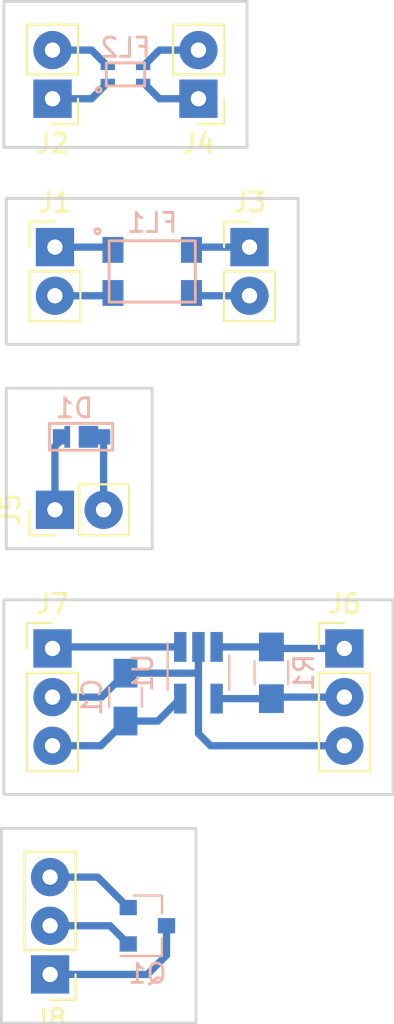
<source format=kicad_pcb>
(kicad_pcb (version 4) (host pcbnew 4.0.7)

  (general
    (links 25)
    (no_connects 0)
    (area 137.492381 94.485 162.35462 149.455)
    (thickness 1.6)
    (drawings 20)
    (tracks 47)
    (zones 0)
    (modules 15)
    (nets 19)
  )

  (page A4)
  (layers
    (0 F.Cu signal)
    (31 B.Cu signal)
    (32 B.Adhes user)
    (33 F.Adhes user)
    (34 B.Paste user)
    (35 F.Paste user)
    (36 B.SilkS user hide)
    (37 F.SilkS user hide)
    (38 B.Mask user)
    (39 F.Mask user)
    (40 Dwgs.User user)
    (41 Cmts.User user)
    (42 Eco1.User user)
    (43 Eco2.User user)
    (44 Edge.Cuts user)
    (45 Margin user)
    (46 B.CrtYd user)
    (47 F.CrtYd user)
    (48 B.Fab user hide)
    (49 F.Fab user hide)
  )

  (setup
    (last_trace_width 0.25)
    (user_trace_width 0.381)
    (trace_clearance 0.2)
    (zone_clearance 0.381)
    (zone_45_only yes)
    (trace_min 0.2)
    (segment_width 0.2)
    (edge_width 0.15)
    (via_size 0.6)
    (via_drill 0.4)
    (via_min_size 0.4)
    (via_min_drill 0.3)
    (uvia_size 0.3)
    (uvia_drill 0.1)
    (uvias_allowed no)
    (uvia_min_size 0.2)
    (uvia_min_drill 0.1)
    (pcb_text_width 0.3)
    (pcb_text_size 1.5 1.5)
    (mod_edge_width 0.15)
    (mod_text_size 1 1)
    (mod_text_width 0.15)
    (pad_size 2 2)
    (pad_drill 0.8)
    (pad_to_mask_clearance 0.2)
    (aux_axis_origin 0 0)
    (visible_elements 7FFCFF9F)
    (pcbplotparams
      (layerselection 0x00030_80000001)
      (usegerberextensions false)
      (excludeedgelayer true)
      (linewidth 0.100000)
      (plotframeref false)
      (viasonmask false)
      (mode 1)
      (useauxorigin false)
      (hpglpennumber 1)
      (hpglpenspeed 20)
      (hpglpendiameter 15)
      (hpglpenoverlay 2)
      (psnegative false)
      (psa4output false)
      (plotreference true)
      (plotvalue true)
      (plotinvisibletext false)
      (padsonsilk false)
      (subtractmaskfromsilk false)
      (outputformat 1)
      (mirror false)
      (drillshape 1)
      (scaleselection 1)
      (outputdirectory images/))
  )

  (net 0 "")
  (net 1 "Net-(C1-Pad1)")
  (net 2 "Net-(C1-Pad2)")
  (net 3 "Net-(D1-Pad1)")
  (net 4 "Net-(D1-Pad2)")
  (net 5 "Net-(FL1-Pad1)")
  (net 6 "Net-(FL1-Pad2)")
  (net 7 "Net-(FL1-Pad3)")
  (net 8 "Net-(FL1-Pad4)")
  (net 9 "Net-(FL2-Pad1)")
  (net 10 "Net-(FL2-Pad2)")
  (net 11 "Net-(FL2-Pad3)")
  (net 12 "Net-(FL2-Pad4)")
  (net 13 "Net-(J6-Pad1)")
  (net 14 "Net-(J6-Pad2)")
  (net 15 "Net-(J7-Pad1)")
  (net 16 "Net-(J8-Pad1)")
  (net 17 "Net-(J8-Pad2)")
  (net 18 "Net-(J8-Pad3)")

  (net_class Default "This is the default net class."
    (clearance 0.2)
    (trace_width 0.25)
    (via_dia 0.6)
    (via_drill 0.4)
    (uvia_dia 0.3)
    (uvia_drill 0.1)
    (add_net "Net-(C1-Pad1)")
    (add_net "Net-(C1-Pad2)")
    (add_net "Net-(D1-Pad1)")
    (add_net "Net-(D1-Pad2)")
    (add_net "Net-(FL1-Pad1)")
    (add_net "Net-(FL1-Pad2)")
    (add_net "Net-(FL1-Pad3)")
    (add_net "Net-(FL1-Pad4)")
    (add_net "Net-(FL2-Pad1)")
    (add_net "Net-(FL2-Pad2)")
    (add_net "Net-(FL2-Pad3)")
    (add_net "Net-(FL2-Pad4)")
    (add_net "Net-(J6-Pad1)")
    (add_net "Net-(J6-Pad2)")
    (add_net "Net-(J7-Pad1)")
    (add_net "Net-(J8-Pad1)")
    (add_net "Net-(J8-Pad2)")
    (add_net "Net-(J8-Pad3)")
  )

  (module Capacitors_SMD:C_0805_HandSoldering (layer B.Cu) (tedit 58AA84A8) (tstamp 59D425AD)
    (at 146.177 131.572 270)
    (descr "Capacitor SMD 0805, hand soldering")
    (tags "capacitor 0805")
    (path /59D1A6E2)
    (attr smd)
    (fp_text reference C1 (at 0 1.75 270) (layer B.SilkS)
      (effects (font (size 1 1) (thickness 0.15)) (justify mirror))
    )
    (fp_text value 0.1uF (at 0 -1.75 270) (layer B.Fab)
      (effects (font (size 1 1) (thickness 0.15)) (justify mirror))
    )
    (fp_text user %R (at 0 1.75 270) (layer B.Fab)
      (effects (font (size 1 1) (thickness 0.15)) (justify mirror))
    )
    (fp_line (start -1 -0.62) (end -1 0.62) (layer B.Fab) (width 0.1))
    (fp_line (start 1 -0.62) (end -1 -0.62) (layer B.Fab) (width 0.1))
    (fp_line (start 1 0.62) (end 1 -0.62) (layer B.Fab) (width 0.1))
    (fp_line (start -1 0.62) (end 1 0.62) (layer B.Fab) (width 0.1))
    (fp_line (start 0.5 0.85) (end -0.5 0.85) (layer B.SilkS) (width 0.12))
    (fp_line (start -0.5 -0.85) (end 0.5 -0.85) (layer B.SilkS) (width 0.12))
    (fp_line (start -2.25 0.88) (end 2.25 0.88) (layer B.CrtYd) (width 0.05))
    (fp_line (start -2.25 0.88) (end -2.25 -0.87) (layer B.CrtYd) (width 0.05))
    (fp_line (start 2.25 -0.87) (end 2.25 0.88) (layer B.CrtYd) (width 0.05))
    (fp_line (start 2.25 -0.87) (end -2.25 -0.87) (layer B.CrtYd) (width 0.05))
    (pad 1 smd rect (at -1.25 0 270) (size 1.5 1.25) (layers B.Cu B.Paste B.Mask)
      (net 1 "Net-(C1-Pad1)"))
    (pad 2 smd rect (at 1.25 0 270) (size 1.5 1.25) (layers B.Cu B.Paste B.Mask)
      (net 2 "Net-(C1-Pad2)"))
    (model Capacitors_SMD.3dshapes/C_0805.wrl
      (at (xyz 0 0 0))
      (scale (xyz 1 1 1))
      (rotate (xyz 0 0 0))
    )
  )

  (module lib_fp:LED_Luminus_MP-2016 (layer B.Cu) (tedit 59D18E14) (tstamp 59D425B5)
    (at 143.51 117.983)
    (path /59D18B6B)
    (fp_text reference D1 (at 0 -1.5) (layer B.SilkS)
      (effects (font (size 1 1) (thickness 0.15)) (justify mirror))
    )
    (fp_text value LED (at 0 0) (layer B.Fab)
      (effects (font (size 1 1) (thickness 0.15)) (justify mirror))
    )
    (fp_line (start -1.3 0.7) (end 2 0.7) (layer B.SilkS) (width 0.15))
    (fp_line (start -1.3 -0.7) (end -1.3 0.7) (layer B.SilkS) (width 0.15))
    (fp_line (start -1.3 -0.7) (end 2 -0.7) (layer B.SilkS) (width 0.15))
    (fp_line (start 2 0.7) (end 2 -0.7) (layer B.SilkS) (width 0.15))
    (pad 1 smd rect (at -0.225 0) (size 0.3 1.14) (drill (offset -0.15 0)) (layers B.Cu B.Paste B.Mask)
      (net 3 "Net-(D1-Pad1)"))
    (pad 2 smd rect (at 0.225 0) (size 1.02 1.14) (drill (offset 0.51 0)) (layers B.Cu B.Paste B.Mask)
      (net 4 "Net-(D1-Pad2)"))
    (pad 1 smd rect (at -0.525 0) (size 0.6 0.8) (drill (offset -0.3 0)) (layers B.Cu B.Paste B.Mask)
      (net 3 "Net-(D1-Pad1)"))
    (pad 2 smd rect (at 1.245 0) (size 0.63 0.8) (drill (offset 0.315 0)) (layers B.Cu B.Paste B.Mask)
      (net 4 "Net-(D1-Pad2)"))
  )

  (module Resistors_SMD:R_0805_HandSoldering (layer B.Cu) (tedit 58E0A804) (tstamp 59D425F7)
    (at 153.797 130.302 90)
    (descr "Resistor SMD 0805, hand soldering")
    (tags "resistor 0805")
    (path /59D19976)
    (attr smd)
    (fp_text reference R1 (at 0 1.7 90) (layer B.SilkS)
      (effects (font (size 1 1) (thickness 0.15)) (justify mirror))
    )
    (fp_text value 0.1 (at 0 -1.75 90) (layer B.Fab)
      (effects (font (size 1 1) (thickness 0.15)) (justify mirror))
    )
    (fp_text user %R (at 0 0 90) (layer B.Fab)
      (effects (font (size 0.5 0.5) (thickness 0.075)) (justify mirror))
    )
    (fp_line (start -1 -0.62) (end -1 0.62) (layer B.Fab) (width 0.1))
    (fp_line (start 1 -0.62) (end -1 -0.62) (layer B.Fab) (width 0.1))
    (fp_line (start 1 0.62) (end 1 -0.62) (layer B.Fab) (width 0.1))
    (fp_line (start -1 0.62) (end 1 0.62) (layer B.Fab) (width 0.1))
    (fp_line (start 0.6 -0.88) (end -0.6 -0.88) (layer B.SilkS) (width 0.12))
    (fp_line (start -0.6 0.88) (end 0.6 0.88) (layer B.SilkS) (width 0.12))
    (fp_line (start -2.35 0.9) (end 2.35 0.9) (layer B.CrtYd) (width 0.05))
    (fp_line (start -2.35 0.9) (end -2.35 -0.9) (layer B.CrtYd) (width 0.05))
    (fp_line (start 2.35 -0.9) (end 2.35 0.9) (layer B.CrtYd) (width 0.05))
    (fp_line (start 2.35 -0.9) (end -2.35 -0.9) (layer B.CrtYd) (width 0.05))
    (pad 1 smd rect (at -1.35 0 90) (size 1.5 1.3) (layers B.Cu B.Paste B.Mask)
      (net 14 "Net-(J6-Pad2)"))
    (pad 2 smd rect (at 1.35 0 90) (size 1.5 1.3) (layers B.Cu B.Paste B.Mask)
      (net 13 "Net-(J6-Pad1)"))
    (model ${KISYS3DMOD}/Resistors_SMD.3dshapes/R_0805.wrl
      (at (xyz 0 0 0))
      (scale (xyz 1 1 1))
      (rotate (xyz 0 0 0))
    )
  )

  (module TO_SOT_Packages_SMD:SOT-23-5_HandSoldering (layer B.Cu) (tedit 58CE4E7E) (tstamp 59D42600)
    (at 149.987 130.302 270)
    (descr "5-pin SOT23 package")
    (tags "SOT-23-5 hand-soldering")
    (path /59D19901)
    (attr smd)
    (fp_text reference U1 (at 0 2.9 270) (layer B.SilkS)
      (effects (font (size 1 1) (thickness 0.15)) (justify mirror))
    )
    (fp_text value INA180 (at 0 -2.9 270) (layer B.Fab)
      (effects (font (size 1 1) (thickness 0.15)) (justify mirror))
    )
    (fp_text user %R (at 0 0 540) (layer B.Fab)
      (effects (font (size 0.5 0.5) (thickness 0.075)) (justify mirror))
    )
    (fp_line (start -0.9 -1.61) (end 0.9 -1.61) (layer B.SilkS) (width 0.12))
    (fp_line (start 0.9 1.61) (end -1.55 1.61) (layer B.SilkS) (width 0.12))
    (fp_line (start -0.9 0.9) (end -0.25 1.55) (layer B.Fab) (width 0.1))
    (fp_line (start 0.9 1.55) (end -0.25 1.55) (layer B.Fab) (width 0.1))
    (fp_line (start -0.9 0.9) (end -0.9 -1.55) (layer B.Fab) (width 0.1))
    (fp_line (start 0.9 -1.55) (end -0.9 -1.55) (layer B.Fab) (width 0.1))
    (fp_line (start 0.9 1.55) (end 0.9 -1.55) (layer B.Fab) (width 0.1))
    (fp_line (start -2.38 1.8) (end 2.38 1.8) (layer B.CrtYd) (width 0.05))
    (fp_line (start -2.38 1.8) (end -2.38 -1.8) (layer B.CrtYd) (width 0.05))
    (fp_line (start 2.38 -1.8) (end 2.38 1.8) (layer B.CrtYd) (width 0.05))
    (fp_line (start 2.38 -1.8) (end -2.38 -1.8) (layer B.CrtYd) (width 0.05))
    (pad 1 smd rect (at -1.35 0.95 270) (size 1.56 0.65) (layers B.Cu B.Paste B.Mask)
      (net 15 "Net-(J7-Pad1)"))
    (pad 2 smd rect (at -1.35 0 270) (size 1.56 0.65) (layers B.Cu B.Paste B.Mask)
      (net 1 "Net-(C1-Pad1)"))
    (pad 3 smd rect (at -1.35 -0.95 270) (size 1.56 0.65) (layers B.Cu B.Paste B.Mask)
      (net 13 "Net-(J6-Pad1)"))
    (pad 4 smd rect (at 1.35 -0.95 270) (size 1.56 0.65) (layers B.Cu B.Paste B.Mask)
      (net 14 "Net-(J6-Pad2)"))
    (pad 5 smd rect (at 1.35 0.95 270) (size 1.56 0.65) (layers B.Cu B.Paste B.Mask)
      (net 2 "Net-(C1-Pad2)"))
    (model ${KISYS3DMOD}/TO_SOT_Packages_SMD.3dshapes\SOT-23-5.wrl
      (at (xyz 0 0 0))
      (scale (xyz 1 1 1))
      (rotate (xyz 0 0 0))
    )
  )

  (module lib_fp:Etch_Pin_Header_Straight_1x02_Pitch2.54mm (layer F.Cu) (tedit 59D42763) (tstamp 59D42740)
    (at 142.367 100.33 180)
    (descr "Through hole straight pin header, 1x02, 2.54mm pitch, single row")
    (tags "Through hole pin header THT 1x02 2.54mm single row")
    (path /59D17E80)
    (fp_text reference J2 (at 0 -2.33 180) (layer F.SilkS)
      (effects (font (size 1 1) (thickness 0.15)))
    )
    (fp_text value Conn_01x02 (at 0 4.87 180) (layer F.Fab)
      (effects (font (size 1 1) (thickness 0.15)))
    )
    (fp_line (start -0.635 -1.27) (end 1.27 -1.27) (layer F.Fab) (width 0.1))
    (fp_line (start 1.27 -1.27) (end 1.27 3.81) (layer F.Fab) (width 0.1))
    (fp_line (start 1.27 3.81) (end -1.27 3.81) (layer F.Fab) (width 0.1))
    (fp_line (start -1.27 3.81) (end -1.27 -0.635) (layer F.Fab) (width 0.1))
    (fp_line (start -1.27 -0.635) (end -0.635 -1.27) (layer F.Fab) (width 0.1))
    (fp_line (start -1.33 3.87) (end 1.33 3.87) (layer F.SilkS) (width 0.12))
    (fp_line (start -1.33 1.27) (end -1.33 3.87) (layer F.SilkS) (width 0.12))
    (fp_line (start 1.33 1.27) (end 1.33 3.87) (layer F.SilkS) (width 0.12))
    (fp_line (start -1.33 1.27) (end 1.33 1.27) (layer F.SilkS) (width 0.12))
    (fp_line (start -1.33 0) (end -1.33 -1.33) (layer F.SilkS) (width 0.12))
    (fp_line (start -1.33 -1.33) (end 0 -1.33) (layer F.SilkS) (width 0.12))
    (fp_line (start -1.8 -1.8) (end -1.8 4.35) (layer F.CrtYd) (width 0.05))
    (fp_line (start -1.8 4.35) (end 1.8 4.35) (layer F.CrtYd) (width 0.05))
    (fp_line (start 1.8 4.35) (end 1.8 -1.8) (layer F.CrtYd) (width 0.05))
    (fp_line (start 1.8 -1.8) (end -1.8 -1.8) (layer F.CrtYd) (width 0.05))
    (fp_text user %R (at 0 1.27 270) (layer F.Fab)
      (effects (font (size 1 1) (thickness 0.15)))
    )
    (pad 1 thru_hole rect (at 0 0 180) (size 2 2) (drill 0.8) (layers *.Cu *.Mask)
      (net 9 "Net-(FL2-Pad1)"))
    (pad 2 thru_hole oval (at 0 2.54 180) (size 2 2) (drill 0.8) (layers *.Cu *.Mask)
      (net 12 "Net-(FL2-Pad4)"))
    (model ${KISYS3DMOD}/Pin_Headers.3dshapes/Pin_Header_Straight_1x02_Pitch2.54mm.wrl
      (at (xyz 0 0 0))
      (scale (xyz 1 1 1))
      (rotate (xyz 0 0 0))
    )
  )

  (module lib_fp:Etch_Pin_Header_Straight_1x02_Pitch2.54mm (layer F.Cu) (tedit 59D42763) (tstamp 59D42870)
    (at 142.494 108.077)
    (descr "Through hole straight pin header, 1x02, 2.54mm pitch, single row")
    (tags "Through hole pin header THT 1x02 2.54mm single row")
    (path /59D17DBE)
    (fp_text reference J1 (at 0 -2.33) (layer F.SilkS)
      (effects (font (size 1 1) (thickness 0.15)))
    )
    (fp_text value Conn_01x02 (at 0 4.87) (layer F.Fab)
      (effects (font (size 1 1) (thickness 0.15)))
    )
    (fp_line (start -0.635 -1.27) (end 1.27 -1.27) (layer F.Fab) (width 0.1))
    (fp_line (start 1.27 -1.27) (end 1.27 3.81) (layer F.Fab) (width 0.1))
    (fp_line (start 1.27 3.81) (end -1.27 3.81) (layer F.Fab) (width 0.1))
    (fp_line (start -1.27 3.81) (end -1.27 -0.635) (layer F.Fab) (width 0.1))
    (fp_line (start -1.27 -0.635) (end -0.635 -1.27) (layer F.Fab) (width 0.1))
    (fp_line (start -1.33 3.87) (end 1.33 3.87) (layer F.SilkS) (width 0.12))
    (fp_line (start -1.33 1.27) (end -1.33 3.87) (layer F.SilkS) (width 0.12))
    (fp_line (start 1.33 1.27) (end 1.33 3.87) (layer F.SilkS) (width 0.12))
    (fp_line (start -1.33 1.27) (end 1.33 1.27) (layer F.SilkS) (width 0.12))
    (fp_line (start -1.33 0) (end -1.33 -1.33) (layer F.SilkS) (width 0.12))
    (fp_line (start -1.33 -1.33) (end 0 -1.33) (layer F.SilkS) (width 0.12))
    (fp_line (start -1.8 -1.8) (end -1.8 4.35) (layer F.CrtYd) (width 0.05))
    (fp_line (start -1.8 4.35) (end 1.8 4.35) (layer F.CrtYd) (width 0.05))
    (fp_line (start 1.8 4.35) (end 1.8 -1.8) (layer F.CrtYd) (width 0.05))
    (fp_line (start 1.8 -1.8) (end -1.8 -1.8) (layer F.CrtYd) (width 0.05))
    (fp_text user %R (at 0 1.27 90) (layer F.Fab)
      (effects (font (size 1 1) (thickness 0.15)))
    )
    (pad 1 thru_hole rect (at 0 0) (size 2 2) (drill 0.8) (layers *.Cu *.Mask)
      (net 5 "Net-(FL1-Pad1)"))
    (pad 2 thru_hole oval (at 0 2.54) (size 2 2) (drill 0.8) (layers *.Cu *.Mask)
      (net 8 "Net-(FL1-Pad4)"))
    (model ${KISYS3DMOD}/Pin_Headers.3dshapes/Pin_Header_Straight_1x02_Pitch2.54mm.wrl
      (at (xyz 0 0 0))
      (scale (xyz 1 1 1))
      (rotate (xyz 0 0 0))
    )
  )

  (module lib_fp:Etch_Pin_Header_Straight_1x02_Pitch2.54mm (layer F.Cu) (tedit 59D42763) (tstamp 59D42875)
    (at 152.654 108.077)
    (descr "Through hole straight pin header, 1x02, 2.54mm pitch, single row")
    (tags "Through hole pin header THT 1x02 2.54mm single row")
    (path /59D17D93)
    (fp_text reference J3 (at 0 -2.33) (layer F.SilkS)
      (effects (font (size 1 1) (thickness 0.15)))
    )
    (fp_text value Conn_01x02 (at 0 4.87) (layer F.Fab)
      (effects (font (size 1 1) (thickness 0.15)))
    )
    (fp_line (start -0.635 -1.27) (end 1.27 -1.27) (layer F.Fab) (width 0.1))
    (fp_line (start 1.27 -1.27) (end 1.27 3.81) (layer F.Fab) (width 0.1))
    (fp_line (start 1.27 3.81) (end -1.27 3.81) (layer F.Fab) (width 0.1))
    (fp_line (start -1.27 3.81) (end -1.27 -0.635) (layer F.Fab) (width 0.1))
    (fp_line (start -1.27 -0.635) (end -0.635 -1.27) (layer F.Fab) (width 0.1))
    (fp_line (start -1.33 3.87) (end 1.33 3.87) (layer F.SilkS) (width 0.12))
    (fp_line (start -1.33 1.27) (end -1.33 3.87) (layer F.SilkS) (width 0.12))
    (fp_line (start 1.33 1.27) (end 1.33 3.87) (layer F.SilkS) (width 0.12))
    (fp_line (start -1.33 1.27) (end 1.33 1.27) (layer F.SilkS) (width 0.12))
    (fp_line (start -1.33 0) (end -1.33 -1.33) (layer F.SilkS) (width 0.12))
    (fp_line (start -1.33 -1.33) (end 0 -1.33) (layer F.SilkS) (width 0.12))
    (fp_line (start -1.8 -1.8) (end -1.8 4.35) (layer F.CrtYd) (width 0.05))
    (fp_line (start -1.8 4.35) (end 1.8 4.35) (layer F.CrtYd) (width 0.05))
    (fp_line (start 1.8 4.35) (end 1.8 -1.8) (layer F.CrtYd) (width 0.05))
    (fp_line (start 1.8 -1.8) (end -1.8 -1.8) (layer F.CrtYd) (width 0.05))
    (fp_text user %R (at 0 1.27 90) (layer F.Fab)
      (effects (font (size 1 1) (thickness 0.15)))
    )
    (pad 1 thru_hole rect (at 0 0) (size 2 2) (drill 0.8) (layers *.Cu *.Mask)
      (net 6 "Net-(FL1-Pad2)"))
    (pad 2 thru_hole oval (at 0 2.54) (size 2 2) (drill 0.8) (layers *.Cu *.Mask)
      (net 7 "Net-(FL1-Pad3)"))
    (model ${KISYS3DMOD}/Pin_Headers.3dshapes/Pin_Header_Straight_1x02_Pitch2.54mm.wrl
      (at (xyz 0 0 0))
      (scale (xyz 1 1 1))
      (rotate (xyz 0 0 0))
    )
  )

  (module lib_fp:Etch_Pin_Header_Straight_1x02_Pitch2.54mm (layer F.Cu) (tedit 59D42763) (tstamp 59D4287A)
    (at 149.987 100.33 180)
    (descr "Through hole straight pin header, 1x02, 2.54mm pitch, single row")
    (tags "Through hole pin header THT 1x02 2.54mm single row")
    (path /59D17E7A)
    (fp_text reference J4 (at 0 -2.33 180) (layer F.SilkS)
      (effects (font (size 1 1) (thickness 0.15)))
    )
    (fp_text value Conn_01x02 (at 0 4.87 180) (layer F.Fab)
      (effects (font (size 1 1) (thickness 0.15)))
    )
    (fp_line (start -0.635 -1.27) (end 1.27 -1.27) (layer F.Fab) (width 0.1))
    (fp_line (start 1.27 -1.27) (end 1.27 3.81) (layer F.Fab) (width 0.1))
    (fp_line (start 1.27 3.81) (end -1.27 3.81) (layer F.Fab) (width 0.1))
    (fp_line (start -1.27 3.81) (end -1.27 -0.635) (layer F.Fab) (width 0.1))
    (fp_line (start -1.27 -0.635) (end -0.635 -1.27) (layer F.Fab) (width 0.1))
    (fp_line (start -1.33 3.87) (end 1.33 3.87) (layer F.SilkS) (width 0.12))
    (fp_line (start -1.33 1.27) (end -1.33 3.87) (layer F.SilkS) (width 0.12))
    (fp_line (start 1.33 1.27) (end 1.33 3.87) (layer F.SilkS) (width 0.12))
    (fp_line (start -1.33 1.27) (end 1.33 1.27) (layer F.SilkS) (width 0.12))
    (fp_line (start -1.33 0) (end -1.33 -1.33) (layer F.SilkS) (width 0.12))
    (fp_line (start -1.33 -1.33) (end 0 -1.33) (layer F.SilkS) (width 0.12))
    (fp_line (start -1.8 -1.8) (end -1.8 4.35) (layer F.CrtYd) (width 0.05))
    (fp_line (start -1.8 4.35) (end 1.8 4.35) (layer F.CrtYd) (width 0.05))
    (fp_line (start 1.8 4.35) (end 1.8 -1.8) (layer F.CrtYd) (width 0.05))
    (fp_line (start 1.8 -1.8) (end -1.8 -1.8) (layer F.CrtYd) (width 0.05))
    (fp_text user %R (at 0 1.27 270) (layer F.Fab)
      (effects (font (size 1 1) (thickness 0.15)))
    )
    (pad 1 thru_hole rect (at 0 0 180) (size 2 2) (drill 0.8) (layers *.Cu *.Mask)
      (net 10 "Net-(FL2-Pad2)"))
    (pad 2 thru_hole oval (at 0 2.54 180) (size 2 2) (drill 0.8) (layers *.Cu *.Mask)
      (net 11 "Net-(FL2-Pad3)"))
    (model ${KISYS3DMOD}/Pin_Headers.3dshapes/Pin_Header_Straight_1x02_Pitch2.54mm.wrl
      (at (xyz 0 0 0))
      (scale (xyz 1 1 1))
      (rotate (xyz 0 0 0))
    )
  )

  (module lib_fp:Etch_Pin_Header_Straight_1x02_Pitch2.54mm (layer F.Cu) (tedit 59D42763) (tstamp 59D4287F)
    (at 142.494 121.793 90)
    (descr "Through hole straight pin header, 1x02, 2.54mm pitch, single row")
    (tags "Through hole pin header THT 1x02 2.54mm single row")
    (path /59D18CBF)
    (fp_text reference J5 (at 0 -2.33 90) (layer F.SilkS)
      (effects (font (size 1 1) (thickness 0.15)))
    )
    (fp_text value Conn_01x02 (at 0 4.87 90) (layer F.Fab)
      (effects (font (size 1 1) (thickness 0.15)))
    )
    (fp_line (start -0.635 -1.27) (end 1.27 -1.27) (layer F.Fab) (width 0.1))
    (fp_line (start 1.27 -1.27) (end 1.27 3.81) (layer F.Fab) (width 0.1))
    (fp_line (start 1.27 3.81) (end -1.27 3.81) (layer F.Fab) (width 0.1))
    (fp_line (start -1.27 3.81) (end -1.27 -0.635) (layer F.Fab) (width 0.1))
    (fp_line (start -1.27 -0.635) (end -0.635 -1.27) (layer F.Fab) (width 0.1))
    (fp_line (start -1.33 3.87) (end 1.33 3.87) (layer F.SilkS) (width 0.12))
    (fp_line (start -1.33 1.27) (end -1.33 3.87) (layer F.SilkS) (width 0.12))
    (fp_line (start 1.33 1.27) (end 1.33 3.87) (layer F.SilkS) (width 0.12))
    (fp_line (start -1.33 1.27) (end 1.33 1.27) (layer F.SilkS) (width 0.12))
    (fp_line (start -1.33 0) (end -1.33 -1.33) (layer F.SilkS) (width 0.12))
    (fp_line (start -1.33 -1.33) (end 0 -1.33) (layer F.SilkS) (width 0.12))
    (fp_line (start -1.8 -1.8) (end -1.8 4.35) (layer F.CrtYd) (width 0.05))
    (fp_line (start -1.8 4.35) (end 1.8 4.35) (layer F.CrtYd) (width 0.05))
    (fp_line (start 1.8 4.35) (end 1.8 -1.8) (layer F.CrtYd) (width 0.05))
    (fp_line (start 1.8 -1.8) (end -1.8 -1.8) (layer F.CrtYd) (width 0.05))
    (fp_text user %R (at 0 1.27 180) (layer F.Fab)
      (effects (font (size 1 1) (thickness 0.15)))
    )
    (pad 1 thru_hole rect (at 0 0 90) (size 2 2) (drill 0.8) (layers *.Cu *.Mask)
      (net 3 "Net-(D1-Pad1)"))
    (pad 2 thru_hole oval (at 0 2.54 90) (size 2 2) (drill 0.8) (layers *.Cu *.Mask)
      (net 4 "Net-(D1-Pad2)"))
    (model ${KISYS3DMOD}/Pin_Headers.3dshapes/Pin_Header_Straight_1x02_Pitch2.54mm.wrl
      (at (xyz 0 0 0))
      (scale (xyz 1 1 1))
      (rotate (xyz 0 0 0))
    )
  )

  (module lib_fp:Etch_Pin_Header_Straight_1x03_Pitch2.54mm (layer F.Cu) (tedit 59D4280D) (tstamp 59D42884)
    (at 157.607 129.032)
    (descr "Through hole straight pin header, 1x03, 2.54mm pitch, single row")
    (tags "Through hole pin header THT 1x03 2.54mm single row")
    (path /59D19CC2)
    (fp_text reference J6 (at 0 -2.33) (layer F.SilkS)
      (effects (font (size 1 1) (thickness 0.15)))
    )
    (fp_text value Conn_01x03 (at 0 7.41) (layer F.Fab)
      (effects (font (size 1 1) (thickness 0.15)))
    )
    (fp_line (start -0.635 -1.27) (end 1.27 -1.27) (layer F.Fab) (width 0.1))
    (fp_line (start 1.27 -1.27) (end 1.27 6.35) (layer F.Fab) (width 0.1))
    (fp_line (start 1.27 6.35) (end -1.27 6.35) (layer F.Fab) (width 0.1))
    (fp_line (start -1.27 6.35) (end -1.27 -0.635) (layer F.Fab) (width 0.1))
    (fp_line (start -1.27 -0.635) (end -0.635 -1.27) (layer F.Fab) (width 0.1))
    (fp_line (start -1.33 6.41) (end 1.33 6.41) (layer F.SilkS) (width 0.12))
    (fp_line (start -1.33 1.27) (end -1.33 6.41) (layer F.SilkS) (width 0.12))
    (fp_line (start 1.33 1.27) (end 1.33 6.41) (layer F.SilkS) (width 0.12))
    (fp_line (start -1.33 1.27) (end 1.33 1.27) (layer F.SilkS) (width 0.12))
    (fp_line (start -1.33 0) (end -1.33 -1.33) (layer F.SilkS) (width 0.12))
    (fp_line (start -1.33 -1.33) (end 0 -1.33) (layer F.SilkS) (width 0.12))
    (fp_line (start -1.8 -1.8) (end -1.8 6.85) (layer F.CrtYd) (width 0.05))
    (fp_line (start -1.8 6.85) (end 1.8 6.85) (layer F.CrtYd) (width 0.05))
    (fp_line (start 1.8 6.85) (end 1.8 -1.8) (layer F.CrtYd) (width 0.05))
    (fp_line (start 1.8 -1.8) (end -1.8 -1.8) (layer F.CrtYd) (width 0.05))
    (fp_text user %R (at 0 2.54 90) (layer F.Fab)
      (effects (font (size 1 1) (thickness 0.15)))
    )
    (pad 1 thru_hole rect (at 0 0) (size 2 2) (drill 0.8) (layers *.Cu *.Mask)
      (net 13 "Net-(J6-Pad1)"))
    (pad 2 thru_hole oval (at 0 2.54) (size 2 2) (drill 0.8) (layers *.Cu *.Mask)
      (net 14 "Net-(J6-Pad2)"))
    (pad 3 thru_hole oval (at 0 5.08) (size 2 2) (drill 0.8) (layers *.Cu *.Mask)
      (net 1 "Net-(C1-Pad1)"))
    (model ${KISYS3DMOD}/Pin_Headers.3dshapes/Pin_Header_Straight_1x03_Pitch2.54mm.wrl
      (at (xyz 0 0 0))
      (scale (xyz 1 1 1))
      (rotate (xyz 0 0 0))
    )
  )

  (module lib_fp:Etch_Pin_Header_Straight_1x03_Pitch2.54mm (layer F.Cu) (tedit 59D4280D) (tstamp 59D4288A)
    (at 142.367 129.032)
    (descr "Through hole straight pin header, 1x03, 2.54mm pitch, single row")
    (tags "Through hole pin header THT 1x03 2.54mm single row")
    (path /59D19C5E)
    (fp_text reference J7 (at 0 -2.33) (layer F.SilkS)
      (effects (font (size 1 1) (thickness 0.15)))
    )
    (fp_text value Conn_01x03 (at 0 7.41) (layer F.Fab)
      (effects (font (size 1 1) (thickness 0.15)))
    )
    (fp_line (start -0.635 -1.27) (end 1.27 -1.27) (layer F.Fab) (width 0.1))
    (fp_line (start 1.27 -1.27) (end 1.27 6.35) (layer F.Fab) (width 0.1))
    (fp_line (start 1.27 6.35) (end -1.27 6.35) (layer F.Fab) (width 0.1))
    (fp_line (start -1.27 6.35) (end -1.27 -0.635) (layer F.Fab) (width 0.1))
    (fp_line (start -1.27 -0.635) (end -0.635 -1.27) (layer F.Fab) (width 0.1))
    (fp_line (start -1.33 6.41) (end 1.33 6.41) (layer F.SilkS) (width 0.12))
    (fp_line (start -1.33 1.27) (end -1.33 6.41) (layer F.SilkS) (width 0.12))
    (fp_line (start 1.33 1.27) (end 1.33 6.41) (layer F.SilkS) (width 0.12))
    (fp_line (start -1.33 1.27) (end 1.33 1.27) (layer F.SilkS) (width 0.12))
    (fp_line (start -1.33 0) (end -1.33 -1.33) (layer F.SilkS) (width 0.12))
    (fp_line (start -1.33 -1.33) (end 0 -1.33) (layer F.SilkS) (width 0.12))
    (fp_line (start -1.8 -1.8) (end -1.8 6.85) (layer F.CrtYd) (width 0.05))
    (fp_line (start -1.8 6.85) (end 1.8 6.85) (layer F.CrtYd) (width 0.05))
    (fp_line (start 1.8 6.85) (end 1.8 -1.8) (layer F.CrtYd) (width 0.05))
    (fp_line (start 1.8 -1.8) (end -1.8 -1.8) (layer F.CrtYd) (width 0.05))
    (fp_text user %R (at 0 2.54 90) (layer F.Fab)
      (effects (font (size 1 1) (thickness 0.15)))
    )
    (pad 1 thru_hole rect (at 0 0) (size 2 2) (drill 0.8) (layers *.Cu *.Mask)
      (net 15 "Net-(J7-Pad1)"))
    (pad 2 thru_hole oval (at 0 2.54) (size 2 2) (drill 0.8) (layers *.Cu *.Mask)
      (net 1 "Net-(C1-Pad1)"))
    (pad 3 thru_hole oval (at 0 5.08) (size 2 2) (drill 0.8) (layers *.Cu *.Mask)
      (net 2 "Net-(C1-Pad2)"))
    (model ${KISYS3DMOD}/Pin_Headers.3dshapes/Pin_Header_Straight_1x03_Pitch2.54mm.wrl
      (at (xyz 0 0 0))
      (scale (xyz 1 1 1))
      (rotate (xyz 0 0 0))
    )
  )

  (module lib_fp:SRF2012_Bourns_CMI (layer B.Cu) (tedit 59D42BC6) (tstamp 59D425C5)
    (at 146.177 99.06)
    (path /59D17E74)
    (fp_text reference FL2 (at 0 -1.4) (layer B.SilkS)
      (effects (font (size 1 1) (thickness 0.15)) (justify mirror))
    )
    (fp_text value SRF2012-900YA (at 0 0) (layer B.Fab)
      (effects (font (size 1 1) (thickness 0.15)) (justify mirror))
    )
    (fp_circle (center -1.4 0.8) (end -1.4 0.85) (layer B.SilkS) (width 0.15))
    (fp_line (start -1 0.6) (end 1 0.6) (layer B.SilkS) (width 0.15))
    (fp_line (start 1 0.6) (end 1 -0.6) (layer B.SilkS) (width 0.15))
    (fp_line (start 1 -0.6) (end -1 -0.6) (layer B.SilkS) (width 0.15))
    (fp_line (start -1 -0.6) (end -1 0.6) (layer B.SilkS) (width 0.15))
    (pad 1 smd rect (at -0.925 0.425) (size 0.75 0.4) (layers B.Cu B.Paste B.Mask)
      (net 9 "Net-(FL2-Pad1)"))
    (pad 2 smd rect (at 0.925 0.425) (size 0.75 0.4) (layers B.Cu B.Paste B.Mask)
      (net 10 "Net-(FL2-Pad2)"))
    (pad 3 smd rect (at 0.925 -0.425) (size 0.75 0.4) (layers B.Cu B.Paste B.Mask)
      (net 11 "Net-(FL2-Pad3)"))
    (pad 4 smd rect (at -0.925 -0.425) (size 0.75 0.4) (layers B.Cu B.Paste B.Mask)
      (net 12 "Net-(FL2-Pad4)"))
  )

  (module lib_fp:SRF4532_Bourns_CMI (layer B.Cu) (tedit 59D42CAE) (tstamp 59D425BD)
    (at 147.574 109.347)
    (path /59D17B36)
    (fp_text reference FL1 (at 0 -2.54) (layer B.SilkS)
      (effects (font (size 1 1) (thickness 0.15)) (justify mirror))
    )
    (fp_text value SRF4532-510Y (at 0 0) (layer B.Fab)
      (effects (font (size 1 1) (thickness 0.15)) (justify mirror))
    )
    (fp_circle (center -2.8575 -2.0955) (end -2.8575 -2.032) (layer B.SilkS) (width 0.15))
    (fp_line (start -2.25 1.6) (end 2.25 1.6) (layer B.SilkS) (width 0.15))
    (fp_line (start 2.25 1.6) (end 2.25 -1.6) (layer B.SilkS) (width 0.15))
    (fp_line (start 2.25 -1.6) (end -2.25 -1.6) (layer B.SilkS) (width 0.15))
    (fp_line (start -2.25 -1.6) (end -2.25 1.6) (layer B.SilkS) (width 0.15))
    (pad 1 smd rect (at -2.05 -1.125) (size 1.1 1.35) (layers B.Cu B.Paste B.Mask)
      (net 5 "Net-(FL1-Pad1)"))
    (pad 2 smd rect (at 2.05 -1.125) (size 1.1 1.35) (layers B.Cu B.Paste B.Mask)
      (net 6 "Net-(FL1-Pad2)"))
    (pad 3 smd rect (at 2.05 1.125) (size 1.1 1.35) (layers B.Cu B.Paste B.Mask)
      (net 7 "Net-(FL1-Pad3)"))
    (pad 4 smd rect (at -2.05 1.125) (size 1.1 1.35) (layers B.Cu B.Paste B.Mask)
      (net 8 "Net-(FL1-Pad4)"))
  )

  (module TO_SOT_Packages_SMD:SOT-23 (layer B.Cu) (tedit 58CE4E7E) (tstamp 59D6CA92)
    (at 147.32 143.51)
    (descr "SOT-23, Standard")
    (tags SOT-23)
    (path /59D6C9FE)
    (attr smd)
    (fp_text reference Q1 (at 0 2.5) (layer B.SilkS)
      (effects (font (size 1 1) (thickness 0.15)) (justify mirror))
    )
    (fp_text value BC817-40 (at 0 -2.5) (layer B.Fab)
      (effects (font (size 1 1) (thickness 0.15)) (justify mirror))
    )
    (fp_text user %R (at 0 0 270) (layer B.Fab)
      (effects (font (size 0.5 0.5) (thickness 0.075)) (justify mirror))
    )
    (fp_line (start -0.7 0.95) (end -0.7 -1.5) (layer B.Fab) (width 0.1))
    (fp_line (start -0.15 1.52) (end 0.7 1.52) (layer B.Fab) (width 0.1))
    (fp_line (start -0.7 0.95) (end -0.15 1.52) (layer B.Fab) (width 0.1))
    (fp_line (start 0.7 1.52) (end 0.7 -1.52) (layer B.Fab) (width 0.1))
    (fp_line (start -0.7 -1.52) (end 0.7 -1.52) (layer B.Fab) (width 0.1))
    (fp_line (start 0.76 -1.58) (end 0.76 -0.65) (layer B.SilkS) (width 0.12))
    (fp_line (start 0.76 1.58) (end 0.76 0.65) (layer B.SilkS) (width 0.12))
    (fp_line (start -1.7 1.75) (end 1.7 1.75) (layer B.CrtYd) (width 0.05))
    (fp_line (start 1.7 1.75) (end 1.7 -1.75) (layer B.CrtYd) (width 0.05))
    (fp_line (start 1.7 -1.75) (end -1.7 -1.75) (layer B.CrtYd) (width 0.05))
    (fp_line (start -1.7 -1.75) (end -1.7 1.75) (layer B.CrtYd) (width 0.05))
    (fp_line (start 0.76 1.58) (end -1.4 1.58) (layer B.SilkS) (width 0.12))
    (fp_line (start 0.76 -1.58) (end -0.7 -1.58) (layer B.SilkS) (width 0.12))
    (pad 1 smd rect (at -1 0.95) (size 0.9 0.8) (layers B.Cu B.Paste B.Mask)
      (net 17 "Net-(J8-Pad2)"))
    (pad 2 smd rect (at -1 -0.95) (size 0.9 0.8) (layers B.Cu B.Paste B.Mask)
      (net 18 "Net-(J8-Pad3)"))
    (pad 3 smd rect (at 1 0) (size 0.9 0.8) (layers B.Cu B.Paste B.Mask)
      (net 16 "Net-(J8-Pad1)"))
    (model ${KISYS3DMOD}/TO_SOT_Packages_SMD.3dshapes/SOT-23.wrl
      (at (xyz 0 0 0))
      (scale (xyz 1 1 1))
      (rotate (xyz 0 0 0))
    )
  )

  (module lib_fp:Etch_Pin_Header_Straight_1x03_Pitch2.54mm (layer F.Cu) (tedit 59D4280D) (tstamp 59D6CA8B)
    (at 142.24 146.05 180)
    (descr "Through hole straight pin header, 1x03, 2.54mm pitch, single row")
    (tags "Through hole pin header THT 1x03 2.54mm single row")
    (path /59D6CDE7)
    (fp_text reference J8 (at 0 -2.33 180) (layer F.SilkS)
      (effects (font (size 1 1) (thickness 0.15)))
    )
    (fp_text value Conn_01x03 (at 0 7.41 180) (layer F.Fab)
      (effects (font (size 1 1) (thickness 0.15)))
    )
    (fp_line (start -0.635 -1.27) (end 1.27 -1.27) (layer F.Fab) (width 0.1))
    (fp_line (start 1.27 -1.27) (end 1.27 6.35) (layer F.Fab) (width 0.1))
    (fp_line (start 1.27 6.35) (end -1.27 6.35) (layer F.Fab) (width 0.1))
    (fp_line (start -1.27 6.35) (end -1.27 -0.635) (layer F.Fab) (width 0.1))
    (fp_line (start -1.27 -0.635) (end -0.635 -1.27) (layer F.Fab) (width 0.1))
    (fp_line (start -1.33 6.41) (end 1.33 6.41) (layer F.SilkS) (width 0.12))
    (fp_line (start -1.33 1.27) (end -1.33 6.41) (layer F.SilkS) (width 0.12))
    (fp_line (start 1.33 1.27) (end 1.33 6.41) (layer F.SilkS) (width 0.12))
    (fp_line (start -1.33 1.27) (end 1.33 1.27) (layer F.SilkS) (width 0.12))
    (fp_line (start -1.33 0) (end -1.33 -1.33) (layer F.SilkS) (width 0.12))
    (fp_line (start -1.33 -1.33) (end 0 -1.33) (layer F.SilkS) (width 0.12))
    (fp_line (start -1.8 -1.8) (end -1.8 6.85) (layer F.CrtYd) (width 0.05))
    (fp_line (start -1.8 6.85) (end 1.8 6.85) (layer F.CrtYd) (width 0.05))
    (fp_line (start 1.8 6.85) (end 1.8 -1.8) (layer F.CrtYd) (width 0.05))
    (fp_line (start 1.8 -1.8) (end -1.8 -1.8) (layer F.CrtYd) (width 0.05))
    (fp_text user %R (at 0 2.54 270) (layer F.Fab)
      (effects (font (size 1 1) (thickness 0.15)))
    )
    (pad 1 thru_hole rect (at 0 0 180) (size 2 2) (drill 0.8) (layers *.Cu *.Mask)
      (net 16 "Net-(J8-Pad1)"))
    (pad 2 thru_hole oval (at 0 2.54 180) (size 2 2) (drill 0.8) (layers *.Cu *.Mask)
      (net 17 "Net-(J8-Pad2)"))
    (pad 3 thru_hole oval (at 0 5.08 180) (size 2 2) (drill 0.8) (layers *.Cu *.Mask)
      (net 18 "Net-(J8-Pad3)"))
    (model ${KISYS3DMOD}/Pin_Headers.3dshapes/Pin_Header_Straight_1x03_Pitch2.54mm.wrl
      (at (xyz 0 0 0))
      (scale (xyz 1 1 1))
      (rotate (xyz 0 0 0))
    )
  )

  (gr_line (start 149.86 148.59) (end 139.7 148.59) (angle 90) (layer Edge.Cuts) (width 0.15))
  (gr_line (start 149.86 138.43) (end 149.86 148.59) (angle 90) (layer Edge.Cuts) (width 0.15))
  (gr_line (start 139.7 138.43) (end 149.86 138.43) (angle 90) (layer Edge.Cuts) (width 0.15))
  (gr_line (start 139.7 148.59) (end 139.7 138.43) (angle 90) (layer Edge.Cuts) (width 0.15))
  (gr_line (start 139.827 136.652) (end 139.827 126.492) (angle 90) (layer Edge.Cuts) (width 0.15))
  (gr_line (start 160.147 136.652) (end 139.827 136.652) (angle 90) (layer Edge.Cuts) (width 0.15))
  (gr_line (start 160.147 126.492) (end 160.147 136.652) (angle 90) (layer Edge.Cuts) (width 0.15))
  (gr_line (start 139.827 126.492) (end 160.147 126.492) (angle 90) (layer Edge.Cuts) (width 0.15))
  (gr_line (start 139.954 115.443) (end 139.954 123.825) (angle 90) (layer Edge.Cuts) (width 0.15))
  (gr_line (start 147.574 123.825) (end 147.574 115.443) (angle 90) (layer Edge.Cuts) (width 0.15))
  (gr_line (start 147.574 115.443) (end 139.954 115.443) (angle 90) (layer Edge.Cuts) (width 0.15))
  (gr_line (start 139.954 123.825) (end 147.574 123.825) (angle 90) (layer Edge.Cuts) (width 0.15))
  (gr_line (start 139.954 113.157) (end 139.954 105.537) (angle 90) (layer Edge.Cuts) (width 0.15))
  (gr_line (start 155.194 113.157) (end 139.954 113.157) (angle 90) (layer Edge.Cuts) (width 0.15))
  (gr_line (start 155.194 105.537) (end 155.194 113.157) (angle 90) (layer Edge.Cuts) (width 0.15))
  (gr_line (start 139.954 105.537) (end 155.194 105.537) (angle 90) (layer Edge.Cuts) (width 0.15))
  (gr_line (start 139.827 95.25) (end 139.827 102.87) (angle 90) (layer Edge.Cuts) (width 0.15))
  (gr_line (start 152.527 95.25) (end 139.827 95.25) (angle 90) (layer Edge.Cuts) (width 0.15))
  (gr_line (start 152.527 102.87) (end 152.527 95.25) (angle 90) (layer Edge.Cuts) (width 0.15))
  (gr_line (start 139.827 102.87) (end 152.527 102.87) (angle 90) (layer Edge.Cuts) (width 0.15))

  (segment (start 157.607 134.112) (end 150.622 134.112) (width 0.381) (layer B.Cu) (net 1))
  (segment (start 149.987 133.477) (end 149.987 130.175) (width 0.381) (layer B.Cu) (net 1) (tstamp 59D434F4))
  (segment (start 150.622 134.112) (end 149.987 133.477) (width 0.381) (layer B.Cu) (net 1) (tstamp 59D434EC))
  (segment (start 146.177 130.322) (end 149.84 130.322) (width 0.381) (layer B.Cu) (net 1))
  (segment (start 149.987 130.175) (end 149.987 128.952) (width 0.381) (layer B.Cu) (net 1) (tstamp 59D434D6))
  (segment (start 149.84 130.322) (end 149.987 130.175) (width 0.381) (layer B.Cu) (net 1) (tstamp 59D434D3))
  (segment (start 142.367 131.572) (end 144.927 131.572) (width 0.381) (layer B.Cu) (net 1))
  (segment (start 144.927 131.572) (end 146.177 130.322) (width 0.381) (layer B.Cu) (net 1) (tstamp 59D434CC))
  (segment (start 146.177 132.822) (end 147.867 132.822) (width 0.381) (layer B.Cu) (net 2))
  (segment (start 147.867 132.822) (end 149.037 131.652) (width 0.381) (layer B.Cu) (net 2) (tstamp 59D434DE))
  (segment (start 142.367 134.112) (end 144.887 134.112) (width 0.381) (layer B.Cu) (net 2))
  (segment (start 144.887 134.112) (end 146.177 132.822) (width 0.381) (layer B.Cu) (net 2) (tstamp 59D434D9))
  (segment (start 142.494 121.793) (end 142.494 118.474) (width 0.381) (layer B.Cu) (net 3))
  (segment (start 142.494 118.474) (end 142.985 117.983) (width 0.381) (layer B.Cu) (net 3) (tstamp 59D432C2))
  (segment (start 145.034 121.793) (end 145.034 118.262) (width 0.381) (layer B.Cu) (net 4))
  (segment (start 145.034 118.262) (end 144.755 117.983) (width 0.381) (layer B.Cu) (net 4) (tstamp 59D432BE))
  (segment (start 142.494 108.077) (end 145.379 108.077) (width 0.381) (layer B.Cu) (net 5))
  (segment (start 145.379 108.077) (end 145.524 108.222) (width 0.381) (layer B.Cu) (net 5) (tstamp 59D4324C))
  (segment (start 152.654 108.077) (end 149.769 108.077) (width 0.381) (layer B.Cu) (net 6))
  (segment (start 149.769 108.077) (end 149.624 108.222) (width 0.381) (layer B.Cu) (net 6) (tstamp 59D43252))
  (segment (start 152.654 110.617) (end 149.769 110.617) (width 0.381) (layer B.Cu) (net 7))
  (segment (start 149.769 110.617) (end 149.624 110.472) (width 0.381) (layer B.Cu) (net 7) (tstamp 59D43255))
  (segment (start 142.494 110.617) (end 145.379 110.617) (width 0.381) (layer B.Cu) (net 8))
  (segment (start 145.379 110.617) (end 145.524 110.472) (width 0.381) (layer B.Cu) (net 8) (tstamp 59D4324F))
  (segment (start 142.367 100.33) (end 144.407 100.33) (width 0.381) (layer B.Cu) (net 9))
  (segment (start 144.407 100.33) (end 145.252 99.485) (width 0.381) (layer B.Cu) (net 9) (tstamp 59D42D49))
  (segment (start 149.987 100.33) (end 147.947 100.33) (width 0.381) (layer B.Cu) (net 10))
  (segment (start 147.947 100.33) (end 147.102 99.485) (width 0.381) (layer B.Cu) (net 10) (tstamp 59D42D46))
  (segment (start 149.987 97.79) (end 147.947 97.79) (width 0.381) (layer B.Cu) (net 11))
  (segment (start 147.947 97.79) (end 147.102 98.635) (width 0.381) (layer B.Cu) (net 11) (tstamp 59D42D43))
  (segment (start 142.367 97.79) (end 144.407 97.79) (width 0.381) (layer B.Cu) (net 12))
  (segment (start 144.407 97.79) (end 145.252 98.635) (width 0.381) (layer B.Cu) (net 12) (tstamp 59D42D40))
  (segment (start 157.607 129.032) (end 153.877 129.032) (width 0.381) (layer B.Cu) (net 13))
  (segment (start 153.877 129.032) (end 153.797 128.952) (width 0.381) (layer B.Cu) (net 13) (tstamp 59D434E5))
  (segment (start 153.797 128.952) (end 150.937 128.952) (width 0.381) (layer B.Cu) (net 13) (tstamp 59D434E6))
  (segment (start 150.937 131.652) (end 153.797 131.652) (width 0.381) (layer B.Cu) (net 14))
  (segment (start 153.797 131.652) (end 153.877 131.572) (width 0.381) (layer B.Cu) (net 14) (tstamp 59D434E1))
  (segment (start 153.877 131.572) (end 157.607 131.572) (width 0.381) (layer B.Cu) (net 14) (tstamp 59D434E2))
  (segment (start 149.037 128.952) (end 142.447 128.952) (width 0.381) (layer B.Cu) (net 15))
  (segment (start 142.447 128.952) (end 142.367 129.032) (width 0.381) (layer B.Cu) (net 15) (tstamp 59D434C7))
  (segment (start 142.24 146.05) (end 147.32 146.05) (width 0.381) (layer B.Cu) (net 16))
  (segment (start 148.32 145.05) (end 148.32 143.51) (width 0.381) (layer B.Cu) (net 16) (tstamp 59D6CADE))
  (segment (start 147.32 146.05) (end 148.32 145.05) (width 0.381) (layer B.Cu) (net 16) (tstamp 59D6CADD))
  (segment (start 142.24 143.51) (end 145.37 143.51) (width 0.381) (layer B.Cu) (net 17))
  (segment (start 145.37 143.51) (end 146.32 144.46) (width 0.381) (layer B.Cu) (net 17) (tstamp 59D6CADA))
  (segment (start 142.24 140.97) (end 144.73 140.97) (width 0.381) (layer B.Cu) (net 18))
  (segment (start 144.73 140.97) (end 146.32 142.56) (width 0.381) (layer B.Cu) (net 18) (tstamp 59D6CAD6))

)

</source>
